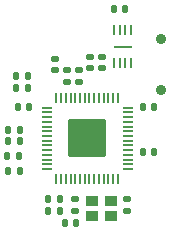
<source format=gbr>
%TF.GenerationSoftware,KiCad,Pcbnew,5.99.0-unknown-a208dac8d8~131~ubuntu20.04.1*%
%TF.CreationDate,2021-09-06T21:34:54-05:00*%
%TF.ProjectId,minimum,6d696e69-6d75-46d2-9e6b-696361645f70,rev?*%
%TF.SameCoordinates,Original*%
%TF.FileFunction,Soldermask,Bot*%
%TF.FilePolarity,Negative*%
%FSLAX46Y46*%
G04 Gerber Fmt 4.6, Leading zero omitted, Abs format (unit mm)*
G04 Created by KiCad (PCBNEW 5.99.0-unknown-a208dac8d8~131~ubuntu20.04.1) date 2021-09-06 21:34:54*
%MOMM*%
%LPD*%
G01*
G04 APERTURE LIST*
G04 Aperture macros list*
%AMRoundRect*
0 Rectangle with rounded corners*
0 $1 Rounding radius*
0 $2 $3 $4 $5 $6 $7 $8 $9 X,Y pos of 4 corners*
0 Add a 4 corners polygon primitive as box body*
4,1,4,$2,$3,$4,$5,$6,$7,$8,$9,$2,$3,0*
0 Add four circle primitives for the rounded corners*
1,1,$1+$1,$2,$3*
1,1,$1+$1,$4,$5*
1,1,$1+$1,$6,$7*
1,1,$1+$1,$8,$9*
0 Add four rect primitives between the rounded corners*
20,1,$1+$1,$2,$3,$4,$5,0*
20,1,$1+$1,$4,$5,$6,$7,0*
20,1,$1+$1,$6,$7,$8,$9,0*
20,1,$1+$1,$8,$9,$2,$3,0*%
G04 Aperture macros list end*
%ADD10RoundRect,0.050000X0.387500X0.050000X-0.387500X0.050000X-0.387500X-0.050000X0.387500X-0.050000X0*%
%ADD11RoundRect,0.050000X0.050000X0.387500X-0.050000X0.387500X-0.050000X-0.387500X0.050000X-0.387500X0*%
%ADD12RoundRect,0.144000X1.456000X1.456000X-1.456000X1.456000X-1.456000X-1.456000X1.456000X-1.456000X0*%
%ADD13C,0.900000*%
%ADD14RoundRect,0.140000X-0.140000X-0.170000X0.140000X-0.170000X0.140000X0.170000X-0.140000X0.170000X0*%
%ADD15RoundRect,0.140000X0.140000X0.170000X-0.140000X0.170000X-0.140000X-0.170000X0.140000X-0.170000X0*%
%ADD16RoundRect,0.135000X0.135000X0.185000X-0.135000X0.185000X-0.135000X-0.185000X0.135000X-0.185000X0*%
%ADD17RoundRect,0.140000X0.170000X-0.140000X0.170000X0.140000X-0.170000X0.140000X-0.170000X-0.140000X0*%
%ADD18RoundRect,0.135000X-0.185000X0.135000X-0.185000X-0.135000X0.185000X-0.135000X0.185000X0.135000X0*%
%ADD19RoundRect,0.140000X-0.170000X0.140000X-0.170000X-0.140000X0.170000X-0.140000X0.170000X0.140000X0*%
%ADD20RoundRect,0.135000X0.185000X-0.135000X0.185000X0.135000X-0.185000X0.135000X-0.185000X-0.135000X0*%
%ADD21R,0.254000X0.812800*%
%ADD22R,1.600200X0.203200*%
%ADD23R,1.000000X0.900000*%
G04 APERTURE END LIST*
D10*
%TO.C,U1*%
X103437500Y-68650000D03*
X103437500Y-69050000D03*
X103437500Y-69450000D03*
X103437500Y-69850000D03*
X103437500Y-70250000D03*
X103437500Y-70650000D03*
X103437500Y-71050000D03*
X103437500Y-71450000D03*
X103437500Y-71850000D03*
X103437500Y-72250000D03*
X103437500Y-72650000D03*
X103437500Y-73050000D03*
X103437500Y-73450000D03*
X103437500Y-73850000D03*
D11*
X102600000Y-74687500D03*
X102200000Y-74687500D03*
X101800000Y-74687500D03*
X101400000Y-74687500D03*
X101000000Y-74687500D03*
X100600000Y-74687500D03*
X100200000Y-74687500D03*
X99800000Y-74687500D03*
X99400000Y-74687500D03*
X99000000Y-74687500D03*
X98600000Y-74687500D03*
X98200000Y-74687500D03*
X97800000Y-74687500D03*
X97400000Y-74687500D03*
D10*
X96562500Y-73850000D03*
X96562500Y-73450000D03*
X96562500Y-73050000D03*
X96562500Y-72650000D03*
X96562500Y-72250000D03*
X96562500Y-71850000D03*
X96562500Y-71450000D03*
X96562500Y-71050000D03*
X96562500Y-70650000D03*
X96562500Y-70250000D03*
X96562500Y-69850000D03*
X96562500Y-69450000D03*
X96562500Y-69050000D03*
X96562500Y-68650000D03*
D11*
X97400000Y-67812500D03*
X97800000Y-67812500D03*
X98200000Y-67812500D03*
X98600000Y-67812500D03*
X99000000Y-67812500D03*
X99400000Y-67812500D03*
X99800000Y-67812500D03*
X100200000Y-67812500D03*
X100600000Y-67812500D03*
X101000000Y-67812500D03*
X101400000Y-67812500D03*
X101800000Y-67812500D03*
X102200000Y-67812500D03*
X102600000Y-67812500D03*
D12*
X100000000Y-71250000D03*
%TD*%
D13*
%TO.C,SW1*%
X106274650Y-67115000D03*
X106274650Y-62865000D03*
%TD*%
D14*
%TO.C,C15*%
X98120000Y-78400000D03*
X99080000Y-78400000D03*
%TD*%
D15*
%TO.C,C7*%
X94980000Y-67000000D03*
X94020000Y-67000000D03*
%TD*%
%TO.C,C10*%
X94980000Y-66000000D03*
X94020000Y-66000000D03*
%TD*%
D16*
%TO.C,R10*%
X94290000Y-74030000D03*
X93270000Y-74030000D03*
%TD*%
D17*
%TO.C,C11*%
X97300000Y-65500000D03*
X97300000Y-64540000D03*
%TD*%
D18*
%TO.C,R1*%
X99290000Y-65490000D03*
X99290000Y-66510000D03*
%TD*%
D19*
%TO.C,C14*%
X103400000Y-76400000D03*
X103400000Y-77360000D03*
%TD*%
D15*
%TO.C,C1*%
X95080000Y-68600000D03*
X94120000Y-68600000D03*
%TD*%
D20*
%TO.C,R5*%
X99010000Y-77440000D03*
X99010000Y-76420000D03*
%TD*%
D21*
%TO.C,U3*%
X102249999Y-62101600D03*
X102750000Y-62101600D03*
X103250000Y-62101600D03*
X103750001Y-62101600D03*
X103750001Y-64898400D03*
X103250000Y-64898400D03*
X102750000Y-64898400D03*
X102249999Y-64898400D03*
D22*
X103000000Y-63500000D03*
%TD*%
D17*
%TO.C,C12*%
X101230000Y-65320000D03*
X101230000Y-64360000D03*
%TD*%
D15*
%TO.C,C2*%
X94210000Y-72750000D03*
X93250000Y-72750000D03*
%TD*%
D14*
%TO.C,C3*%
X104720000Y-68600000D03*
X105680000Y-68600000D03*
%TD*%
%TO.C,C4*%
X104720000Y-72400000D03*
X105680000Y-72400000D03*
%TD*%
D20*
%TO.C,R2*%
X98290000Y-66510000D03*
X98290000Y-65490000D03*
%TD*%
D15*
%TO.C,C13*%
X97680000Y-76400000D03*
X96720000Y-76400000D03*
%TD*%
D14*
%TO.C,C16*%
X102290000Y-60280000D03*
X103250000Y-60280000D03*
%TD*%
D16*
%TO.C,R9*%
X94290000Y-70510000D03*
X93270000Y-70510000D03*
%TD*%
D23*
%TO.C,Y1*%
X100375000Y-76587500D03*
X102025000Y-76587500D03*
X102025000Y-77812500D03*
X100375000Y-77812500D03*
%TD*%
D17*
%TO.C,C6*%
X100270000Y-65320000D03*
X100270000Y-64360000D03*
%TD*%
D15*
%TO.C,C5*%
X97680000Y-77400000D03*
X96720000Y-77400000D03*
%TD*%
D16*
%TO.C,R8*%
X94290000Y-71470000D03*
X93270000Y-71470000D03*
%TD*%
M02*

</source>
